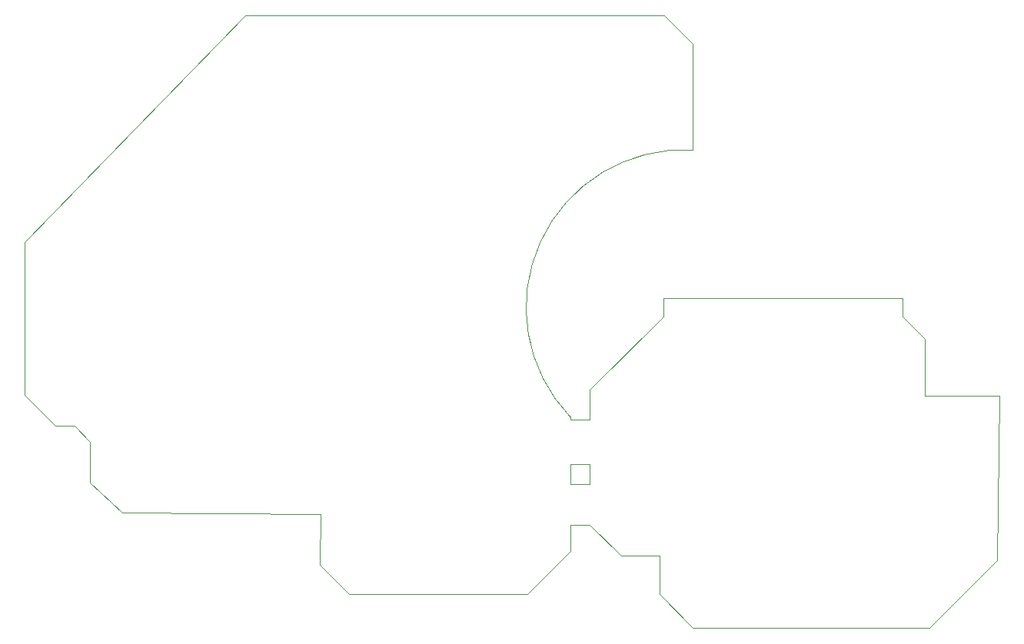
<source format=gm1>
G04 #@! TF.GenerationSoftware,KiCad,Pcbnew,7.0.5-7.0.5~ubuntu20.04.1*
G04 #@! TF.CreationDate,2023-06-07T06:16:18-05:00*
G04 #@! TF.ProjectId,Phobri64,50686f62-7269-4363-942e-6b696361645f,rev?*
G04 #@! TF.SameCoordinates,Original*
G04 #@! TF.FileFunction,Profile,NP*
%FSLAX46Y46*%
G04 Gerber Fmt 4.6, Leading zero omitted, Abs format (unit mm)*
G04 Created by KiCad (PCBNEW 7.0.5-7.0.5~ubuntu20.04.1) date 2023-06-07 06:16:18*
%MOMM*%
%LPD*%
G01*
G04 APERTURE LIST*
G04 #@! TA.AperFunction,Profile*
%ADD10C,0.100000*%
G04 #@! TD*
G04 APERTURE END LIST*
D10*
X181473277Y-119907492D02*
X181320347Y-125548922D01*
X208955844Y-121094283D02*
X208932768Y-123985634D01*
X184599853Y-128743467D02*
X204208920Y-128726474D01*
X154319416Y-110205264D02*
X156052985Y-111938833D01*
X222372359Y-79810424D02*
G75*
G03*
X208932769Y-109219360I-922189J-17353916D01*
G01*
X204208920Y-128726474D02*
X208932768Y-123985634D01*
X248500000Y-132500000D02*
X255951276Y-125035812D01*
X211104551Y-116602500D02*
X208932768Y-116602498D01*
X208932768Y-109500000D02*
X208932768Y-109219361D01*
X219166799Y-98176535D02*
X211104551Y-106238784D01*
X245545371Y-98161208D02*
X245538382Y-96159980D01*
X148865015Y-106822689D02*
X152247589Y-110205264D01*
X181320347Y-125548922D02*
X184599853Y-128743467D01*
X255951276Y-125035812D02*
X256223947Y-106906116D01*
X159553262Y-119737569D02*
X181473277Y-119907492D01*
X222437173Y-132500000D02*
X248500000Y-132500000D01*
X218748809Y-124496512D02*
X214500000Y-124500000D01*
X219307124Y-65005616D02*
X173134985Y-65005616D01*
X156052985Y-111938833D02*
X156052985Y-116463026D01*
X156052985Y-116463026D02*
X159553262Y-119737569D01*
X247997766Y-106913192D02*
X247997766Y-100613603D01*
X148865015Y-89994383D02*
X148865015Y-106822689D01*
X173134985Y-65005616D02*
X148865015Y-89994383D01*
X219181462Y-96154067D02*
X219166799Y-98176535D01*
X222380379Y-68074196D02*
X219307124Y-65005616D01*
X152247589Y-110205264D02*
X154319416Y-110205264D01*
X211102712Y-121095932D02*
X208955844Y-121094283D01*
X256223947Y-106906116D02*
X247997766Y-106913192D01*
X208939739Y-114405449D02*
X208932768Y-116602498D01*
X214500000Y-124500000D02*
X211102712Y-121095932D01*
X245538382Y-96159980D02*
X219181462Y-96154067D01*
X211102712Y-109500000D02*
X211104551Y-106238784D01*
X211102712Y-109500000D02*
X208932768Y-109500000D01*
X211104551Y-114400000D02*
X211104551Y-116602500D01*
X211104551Y-114400000D02*
X208939739Y-114405449D01*
X247997766Y-100613603D02*
X245545371Y-98161208D01*
X222372360Y-79810414D02*
X222380379Y-68074196D01*
X218753324Y-128740664D02*
X218748809Y-124496512D01*
X218753324Y-128740664D02*
X222437173Y-132500000D01*
M02*

</source>
